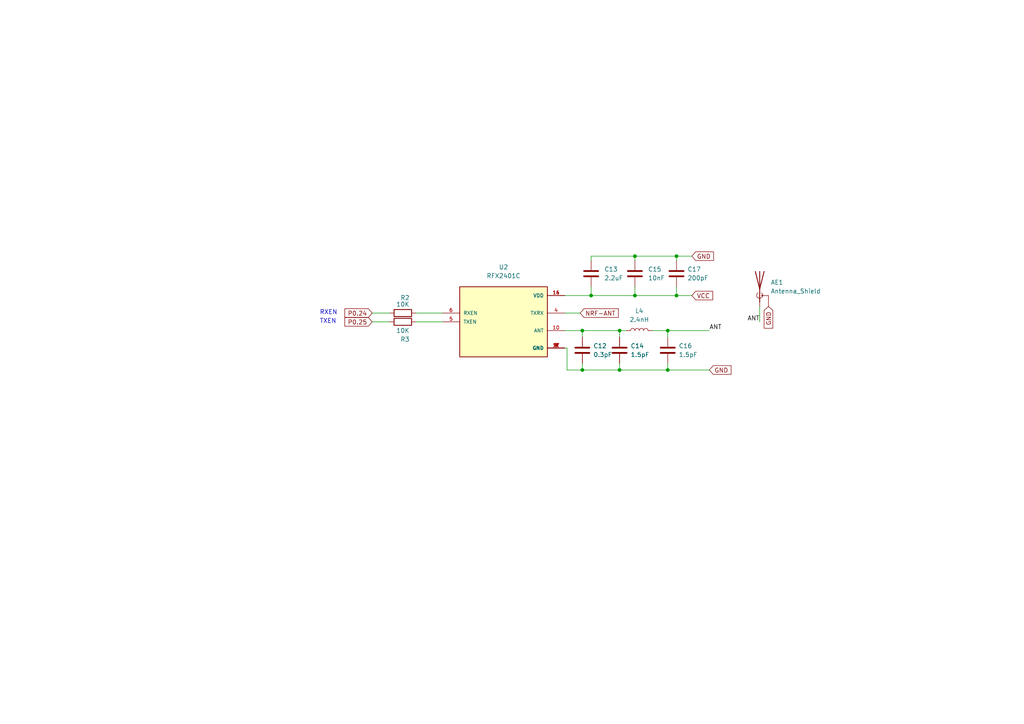
<source format=kicad_sch>
(kicad_sch (version 20211123) (generator eeschema)
  (paper "A4")
  (lib_symbols
    (symbol "Device:Antenna_Shield" (pin_numbers hide) (pin_names (offset 1.016) hide)
      (property "Reference" "AE" (at -1.905 4.445 0))
      (property "Value" "Antenna_Shield" (at -1.905 2.54 0))
      (symbol "Antenna_Shield_0_1"
        (arc (start -0.508 -1.143) (mid -0.8429 -2.1194) (end 0 -2.667))
        (arc (start 0 -2.667) (mid 0.7989 -2.1052) (end 0.508 -1.143))
        (polyline (pts (xy 0 -2.54) (xy 0 0)))
        (polyline (pts (xy 0 5.08) (xy 0 -3.81)) (stroke (width 0.254)))
        (polyline (pts (xy 0.762 -1.905) (xy 2.54 -1.905)))
        (polyline (pts (xy 2.54 -2.54) (xy 2.54 -1.905)))
        (polyline (pts (xy 1.27 5.08) (xy 0 0) (xy -1.27 5.08)) (stroke (width 0.254)))
        (circle (center 0.762 -1.905) (radius 0.1778) (fill (type outline)))
      )
      (symbol "Antenna_Shield_1_1"
        (pin input line (at 0 -5.08 90) (length 2.54) (name "A") (number "1"))
        (pin input line (at 2.54 -5.08 90) (length 2.54) (name "Shield") (number "2"))
      )
    )
    (symbol "Device:C" (pin_numbers hide) (pin_names (offset 0.254))
      (property "Reference" "C" (at 0.635 2.54 0))
      (property "Value" "C" (at 0.635 -2.54 0))
      (symbol "C_0_1"
        (polyline (pts (xy -2.032 -0.762) (xy 2.032 -0.762)) (stroke (width 0.508)))
        (polyline (pts (xy -2.032 0.762) (xy 2.032 0.762)) (stroke (width 0.508)))
      )
      (symbol "C_1_1"
        (pin passive line (at 0 3.81 270) (length 2.794) (name "~") (number "1"))
        (pin passive line (at 0 -3.81 90) (length 2.794) (name "~") (number "2"))
      )
    )
    (symbol "Device:L" (pin_numbers hide) (pin_names (offset 1.016) hide)
      (property "Reference" "L" (at -1.27 0 90))
      (property "Value" "L" (at 1.905 0 90))
      (symbol "L_0_1"
        (arc (start 0 -2.54) (mid 0.635 -1.905) (end 0 -1.27))
        (arc (start 0 -1.27) (mid 0.635 -0.635) (end 0 0))
        (arc (start 0 0) (mid 0.635 0.635) (end 0 1.27))
        (arc (start 0 1.27) (mid 0.635 1.905) (end 0 2.54))
      )
      (symbol "L_1_1"
        (pin passive line (at 0 3.81 270) (length 1.27) (name "1") (number "1"))
        (pin passive line (at 0 -3.81 90) (length 1.27) (name "2") (number "2"))
      )
    )
    (symbol "Device:R" (pin_numbers hide) (pin_names (offset 0))
      (property "Reference" "R" (at 2.032 0 90))
      (property "Value" "R" (at 0 0 90))
      (symbol "R_0_1"
        (rectangle (start -1.016 -2.54) (end 1.016 2.54) (stroke (width 0.254)))
      )
      (symbol "R_1_1"
        (pin passive line (at 0 3.81 270) (length 1.27) (name "~") (number "1"))
        (pin passive line (at 0 -3.81 90) (length 1.27) (name "~") (number "2"))
      )
    )
    (symbol "RFX2401C:RFX2401C" (pin_names (offset 1.016))
      (property "Reference" "U" (at -12.7 11.1506 0))
      (property "Value" "RFX2401C" (at -12.7 -14.1478 0))
      (symbol "RFX2401C_0_0"
        (rectangle (start -12.7 -10.16) (end 12.7 10.16) (stroke (width 0.254)) (fill (type background)))
        (pin passive line (at 17.78 -2.54 180) (length 5.08) (name "ANT") (number "10"))
        (pin power_in line (at 17.78 -7.62 180) (length 5.08) (name "GND") (number "11"))
        (pin power_in line (at 17.78 7.62 180) (length 5.08) (name "VDD") (number "14"))
        (pin power_in line (at 17.78 7.62 180) (length 5.08) (name "VDD") (number "16"))
        (pin power_in line (at 17.78 -7.62 180) (length 5.08) (name "GND") (number "17"))
        (pin power_in line (at 17.78 -7.62 180) (length 5.08) (name "GND") (number "2"))
        (pin power_in line (at 17.78 -7.62 180) (length 5.08) (name "GND") (number "3"))
        (pin bidirectional line (at 17.78 2.54 180) (length 5.08) (name "TXRX") (number "4"))
        (pin input line (at -17.78 0 0) (length 5.08) (name "TXEN") (number "5"))
        (pin input line (at -17.78 2.54 0) (length 5.08) (name "RXEN") (number "6"))
        (pin power_in line (at 17.78 -7.62 180) (length 5.08) (name "GND") (number "8"))
        (pin power_in line (at 17.78 -7.62 180) (length 5.08) (name "GND") (number "9"))
      )
    )
  )
  (junction (at 168.91 107.315))
  (junction (at 168.91 95.885))
  (junction (at 196.215 74.295))
  (junction (at 184.15 85.725))
  (junction (at 184.15 74.295))
  (junction (at 196.215 85.725))
  (junction (at 179.705 95.885))
  (junction (at 179.705 107.315))
  (junction (at 171.45 85.725))
  (junction (at 193.675 107.315))
  (junction (at 193.675 95.885))
  (wire (pts (xy 171.45 74.295) (xy 184.15 74.295)))
  (wire (pts (xy 179.705 95.885) (xy 181.61 95.885)))
  (wire (pts (xy 196.215 83.185) (xy 196.215 85.725)))
  (wire (pts (xy 171.45 75.565) (xy 171.45 74.295)))
  (wire (pts (xy 163.83 85.725) (xy 171.45 85.725)))
  (wire (pts (xy 179.705 107.315) (xy 193.675 107.315)))
  (wire (pts (xy 189.23 95.885) (xy 193.675 95.885)))
  (wire (pts (xy 163.83 90.805) (xy 168.275 90.805)))
  (wire (pts (xy 107.95 90.805) (xy 113.03 90.805)))
  (wire (pts (xy 196.215 85.725) (xy 200.66 85.725)))
  (wire (pts (xy 163.83 100.965) (xy 164.465 100.965)))
  (wire (pts (xy 168.91 107.315) (xy 179.705 107.315)))
  (wire (pts (xy 184.15 74.295) (xy 184.15 75.565)))
  (wire (pts (xy 164.465 107.315) (xy 168.91 107.315)))
  (wire (pts (xy 120.65 90.805) (xy 128.27 90.805)))
  (wire (pts (xy 193.675 95.885) (xy 205.74 95.885)))
  (wire (pts (xy 168.91 95.885) (xy 168.91 97.79)))
  (wire (pts (xy 164.465 100.965) (xy 164.465 107.315)))
  (wire (pts (xy 171.45 83.185) (xy 171.45 85.725)))
  (wire (pts (xy 168.91 105.41) (xy 168.91 107.315)))
  (wire (pts (xy 193.675 97.79) (xy 193.675 95.885)))
  (wire (pts (xy 171.45 85.725) (xy 184.15 85.725)))
  (wire (pts (xy 179.705 95.885) (xy 179.705 97.79)))
  (wire (pts (xy 196.215 74.295) (xy 200.66 74.295)))
  (wire (pts (xy 220.345 93.345) (xy 220.345 88.9)))
  (wire (pts (xy 107.95 93.345) (xy 113.03 93.345)))
  (wire (pts (xy 163.83 95.885) (xy 168.91 95.885)))
  (wire (pts (xy 196.215 75.565) (xy 196.215 74.295)))
  (wire (pts (xy 193.675 107.315) (xy 205.74 107.315)))
  (wire (pts (xy 168.91 95.885) (xy 179.705 95.885)))
  (wire (pts (xy 179.705 105.41) (xy 179.705 107.315)))
  (wire (pts (xy 184.15 83.185) (xy 184.15 85.725)))
  (wire (pts (xy 193.675 107.315) (xy 193.675 105.41)))
  (wire (pts (xy 184.15 74.295) (xy 196.215 74.295)))
  (wire (pts (xy 120.65 93.345) (xy 128.27 93.345)))
  (wire (pts (xy 184.15 85.725) (xy 196.215 85.725)))
  (text "TXEN" (at 92.71 93.98 0) (effects (font (size 1.27 1.27)) (justify left bottom)))
  (text "RXEN" (at 92.71 91.44 0) (effects (font (size 1.27 1.27)) (justify left bottom)))
  (label "ANT" (at 205.74 95.885 0))
  (label "ANT" (at 220.345 93.345 180))
  (global_label "P0.24" (shape input) (at 107.95 90.805 180) (property "Intersheet References" "${INTERSHEET_REFS}" (effects hide)))
  (global_label "NRF-ANT" (shape input) (at 168.275 90.805 0) (property "Intersheet References" "${INTERSHEET_REFS}" (effects hide)))
  (global_label "GND" (shape input) (at 200.66 74.295 0) (property "Intersheet References" "${INTERSHEET_REFS}" (effects hide)))
  (global_label "VCC" (shape input) (at 200.66 85.725 0) (property "Intersheet References" "${INTERSHEET_REFS}" (effects hide)))
  (global_label "GND" (shape input) (at 222.885 88.9 270) (property "Intersheet References" "${INTERSHEET_REFS}" (effects hide)))
  (global_label "GND" (shape input) (at 205.74 107.315 0) (property "Intersheet References" "${INTERSHEET_REFS}" (effects hide)))
  (global_label "P0.25" (shape input) (at 107.95 93.345 180) (property "Intersheet References" "${INTERSHEET_REFS}" (effects hide)))
  (symbol (lib_id "Device:C") (at 179.705 101.6 0) (unit 1)
    (property "Reference" "C14" (at 182.88 100.3299 0) (effects (justify left)))
    (property "Value" "1.5pF" (at 182.88 102.8699 0) (effects (justify left)))
    (property "Footprint" "Capacitor_SMD:C_0603_1608Metric" (effects hide))
  )
  (symbol (lib_id "Device:C") (at 193.675 101.6 0) (unit 1)
    (property "Reference" "C16" (at 196.85 100.3299 0) (effects (justify left)))
    (property "Value" "1.5pF" (at 196.85 102.8699 0) (effects (justify left)))
    (property "Footprint" "Capacitor_SMD:C_0603_1608Metric" (effects hide))
  )
  (symbol (lib_id "Device:Antenna_Shield") (at 220.345 83.82 0) (unit 1)
    (property "Reference" "AE1" (at 223.52 81.9149 0) (effects (justify left)))
    (property "Value" "Antenna_Shield" (at 223.52 84.4549 0) (effects (justify left)))
    (property "Footprint" "Connector_Coaxial:SMA_Amphenol_132289_EdgeMount" (effects hide))
  )
  (symbol (lib_id "Device:C") (at 171.45 79.375 0) (unit 1)
    (property "Reference" "C13" (at 175.26 78.1049 0) (effects (justify left)))
    (property "Value" "2.2uF" (at 175.26 80.6449 0) (effects (justify left)))
    (property "Footprint" "Capacitor_SMD:C_0603_1608Metric" (effects hide))
  )
  (symbol (lib_id "Device:C") (at 196.215 79.375 0) (unit 1)
    (property "Reference" "C17" (at 199.39 78.1049 0) (effects (justify left)))
    (property "Value" "200pF" (at 199.39 80.6449 0) (effects (justify left)))
    (property "Footprint" "Capacitor_SMD:C_0603_1608Metric" (effects hide))
  )
  (symbol (lib_id "Device:R") (at 116.84 93.345 90) (unit 1)
    (property "Reference" "R3" (at 117.475 98.425 90))
    (property "Value" "10K" (at 116.84 95.885 90))
    (property "Footprint" "Resistor_SMD:R_0603_1608Metric" (effects hide))
  )
  (symbol (lib_id "Device:C") (at 184.15 79.375 0) (unit 1)
    (property "Reference" "C15" (at 187.96 78.1049 0) (effects (justify left)))
    (property "Value" "10nF" (at 187.96 80.6449 0) (effects (justify left)))
    (property "Footprint" "Capacitor_SMD:C_0603_1608Metric" (effects hide))
  )
  (symbol (lib_id "Device:L") (at 185.42 95.885 90) (unit 1)
    (property "Reference" "L4" (at 185.42 90.17 90))
    (property "Value" "2.4nH" (at 185.42 92.71 90))
    (property "Footprint" "Inductor_SMD:L_0805_2012Metric" (effects hide))
  )
  (symbol (lib_id "RFX2401C:RFX2401C") (at 146.05 93.345 0) (unit 1)
    (property "Reference" "U2" (at 146.05 77.47 0))
    (property "Value" "RFX2401C" (at 146.05 80.01 0))
    (property "Footprint" "footprints:QFN50P300X300X60-17N" (effects hide))
    (property "DESCRIPTION" "RF Front End 2.4GHz ~{} 2.5GHz 802.15.4, Zigbee® 16-QFN (3x3)" (effects hide))
    (property "PACKAGE" "UFQFN-16 Skyworks Solutions" (effects hide))
    (property "MP" "RFX2401C" (effects hide))
    (property "DIGIKEY-PURCHASE-URL" "https://snapeda.com/shop?store=DigiKey&id=556493" (effects hide))
    (property "PRICE" "None" (effects hide))
    (property "AVAILABILITY" "Unavailable" (effects hide))
    (property "MOUSER-PURCHASE-URL" "https://snapeda.com/shop?store=Mouser&id=556493" (effects hide))
    (property "MF" "Skyworks Solutions" (effects hide))
  )
  (symbol (lib_id "Device:C") (at 168.91 101.6 0) (unit 1)
    (property "Reference" "C12" (at 172.085 100.33 0) (effects (justify left)))
    (property "Value" "0.3pF" (at 172.085 102.87 0) (effects (justify left)))
    (property "Footprint" "Capacitor_SMD:C_0603_1608Metric" (effects hide))
  )
  (symbol (lib_id "Device:R") (at 116.84 90.805 90) (unit 1)
    (property "Reference" "R2" (at 117.475 86.36 90))
    (property "Value" "10K" (at 116.84 88.265 90))
    (property "Footprint" "Resistor_SMD:R_0603_1608Metric" (effects hide))
  )
)
</source>
